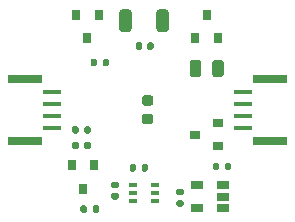
<source format=gbr>
%TF.GenerationSoftware,KiCad,Pcbnew,5.1.7-a382d34a8~87~ubuntu18.04.1*%
%TF.CreationDate,2021-11-07T17:51:24-08:00*%
%TF.ProjectId,i2c_led,6932635f-6c65-4642-9e6b-696361645f70,rev?*%
%TF.SameCoordinates,Original*%
%TF.FileFunction,Paste,Top*%
%TF.FilePolarity,Positive*%
%FSLAX46Y46*%
G04 Gerber Fmt 4.6, Leading zero omitted, Abs format (unit mm)*
G04 Created by KiCad (PCBNEW 5.1.7-a382d34a8~87~ubuntu18.04.1) date 2021-11-07 17:51:24*
%MOMM*%
%LPD*%
G01*
G04 APERTURE LIST*
%ADD10R,3.000000X0.800000*%
%ADD11R,1.600000X0.400000*%
%ADD12R,0.900000X0.800000*%
%ADD13R,0.800000X0.900000*%
%ADD14R,0.650000X0.400000*%
%ADD15R,1.060000X0.650000*%
G04 APERTURE END LIST*
%TO.C,C4*%
G36*
G01*
X69150000Y-56025000D02*
X69150000Y-56975000D01*
G75*
G02*
X68900000Y-57225000I-250000J0D01*
G01*
X68400000Y-57225000D01*
G75*
G02*
X68150000Y-56975000I0J250000D01*
G01*
X68150000Y-56025000D01*
G75*
G02*
X68400000Y-55775000I250000J0D01*
G01*
X68900000Y-55775000D01*
G75*
G02*
X69150000Y-56025000I0J-250000D01*
G01*
G37*
G36*
G01*
X67250000Y-56025000D02*
X67250000Y-56975000D01*
G75*
G02*
X67000000Y-57225000I-250000J0D01*
G01*
X66500000Y-57225000D01*
G75*
G02*
X66250000Y-56975000I0J250000D01*
G01*
X66250000Y-56025000D01*
G75*
G02*
X66500000Y-55775000I250000J0D01*
G01*
X67000000Y-55775000D01*
G75*
G02*
X67250000Y-56025000I0J-250000D01*
G01*
G37*
%TD*%
%TO.C,D1*%
G36*
G01*
X62956250Y-61225000D02*
X62443750Y-61225000D01*
G75*
G02*
X62225000Y-61006250I0J218750D01*
G01*
X62225000Y-60568750D01*
G75*
G02*
X62443750Y-60350000I218750J0D01*
G01*
X62956250Y-60350000D01*
G75*
G02*
X63175000Y-60568750I0J-218750D01*
G01*
X63175000Y-61006250D01*
G75*
G02*
X62956250Y-61225000I-218750J0D01*
G01*
G37*
G36*
G01*
X62956250Y-59650000D02*
X62443750Y-59650000D01*
G75*
G02*
X62225000Y-59431250I0J218750D01*
G01*
X62225000Y-58993750D01*
G75*
G02*
X62443750Y-58775000I218750J0D01*
G01*
X62956250Y-58775000D01*
G75*
G02*
X63175000Y-58993750I0J-218750D01*
G01*
X63175000Y-59431250D01*
G75*
G02*
X62956250Y-59650000I-218750J0D01*
G01*
G37*
%TD*%
D10*
%TO.C,J1*%
X52300000Y-62650000D03*
X52300000Y-57350000D03*
D11*
X54625000Y-61500000D03*
X54625000Y-60500000D03*
X54625000Y-59500000D03*
X54625000Y-58500000D03*
%TD*%
%TO.C,J2*%
X70775000Y-61500000D03*
X70775000Y-60500000D03*
X70775000Y-59500000D03*
X70775000Y-58500000D03*
D10*
X73100000Y-62650000D03*
X73100000Y-57350000D03*
%TD*%
%TO.C,L1*%
G36*
G01*
X60300000Y-53150001D02*
X60300000Y-51749999D01*
G75*
G02*
X60549999Y-51500000I249999J0D01*
G01*
X61100001Y-51500000D01*
G75*
G02*
X61350000Y-51749999I0J-249999D01*
G01*
X61350000Y-53150001D01*
G75*
G02*
X61100001Y-53400000I-249999J0D01*
G01*
X60549999Y-53400000D01*
G75*
G02*
X60300000Y-53150001I0J249999D01*
G01*
G37*
G36*
G01*
X63450000Y-53150001D02*
X63450000Y-51749999D01*
G75*
G02*
X63699999Y-51500000I249999J0D01*
G01*
X64250001Y-51500000D01*
G75*
G02*
X64500000Y-51749999I0J-249999D01*
G01*
X64500000Y-53150001D01*
G75*
G02*
X64250001Y-53400000I-249999J0D01*
G01*
X63699999Y-53400000D01*
G75*
G02*
X63450000Y-53150001I0J249999D01*
G01*
G37*
%TD*%
D12*
%TO.C,Q1*%
X66700000Y-62100000D03*
X68700000Y-61150000D03*
X68700000Y-63050000D03*
%TD*%
D13*
%TO.C,Q2*%
X58550000Y-51950000D03*
X56650000Y-51950000D03*
X57600000Y-53950000D03*
%TD*%
%TO.C,Q3*%
X57250000Y-66700000D03*
X56300000Y-64700000D03*
X58200000Y-64700000D03*
%TD*%
D14*
%TO.C,U1*%
X63350000Y-66400000D03*
X63350000Y-67700000D03*
X61450000Y-67050000D03*
X63350000Y-67050000D03*
X61450000Y-67700000D03*
X61450000Y-66400000D03*
%TD*%
D13*
%TO.C,U2*%
X66750000Y-53950000D03*
X68650000Y-53950000D03*
X67700000Y-51950000D03*
%TD*%
D15*
%TO.C,U3*%
X69100000Y-68300000D03*
X69100000Y-67350000D03*
X69100000Y-66400000D03*
X66900000Y-66400000D03*
X66900000Y-68300000D03*
%TD*%
%TO.C,C1*%
G36*
G01*
X61690000Y-54770000D02*
X61690000Y-54430000D01*
G75*
G02*
X61830000Y-54290000I140000J0D01*
G01*
X62110000Y-54290000D01*
G75*
G02*
X62250000Y-54430000I0J-140000D01*
G01*
X62250000Y-54770000D01*
G75*
G02*
X62110000Y-54910000I-140000J0D01*
G01*
X61830000Y-54910000D01*
G75*
G02*
X61690000Y-54770000I0J140000D01*
G01*
G37*
G36*
G01*
X62650000Y-54770000D02*
X62650000Y-54430000D01*
G75*
G02*
X62790000Y-54290000I140000J0D01*
G01*
X63070000Y-54290000D01*
G75*
G02*
X63210000Y-54430000I0J-140000D01*
G01*
X63210000Y-54770000D01*
G75*
G02*
X63070000Y-54910000I-140000J0D01*
G01*
X62790000Y-54910000D01*
G75*
G02*
X62650000Y-54770000I0J140000D01*
G01*
G37*
%TD*%
%TO.C,C2*%
G36*
G01*
X59780000Y-67030000D02*
X60120000Y-67030000D01*
G75*
G02*
X60260000Y-67170000I0J-140000D01*
G01*
X60260000Y-67450000D01*
G75*
G02*
X60120000Y-67590000I-140000J0D01*
G01*
X59780000Y-67590000D01*
G75*
G02*
X59640000Y-67450000I0J140000D01*
G01*
X59640000Y-67170000D01*
G75*
G02*
X59780000Y-67030000I140000J0D01*
G01*
G37*
G36*
G01*
X59780000Y-66070000D02*
X60120000Y-66070000D01*
G75*
G02*
X60260000Y-66210000I0J-140000D01*
G01*
X60260000Y-66490000D01*
G75*
G02*
X60120000Y-66630000I-140000J0D01*
G01*
X59780000Y-66630000D01*
G75*
G02*
X59640000Y-66490000I0J140000D01*
G01*
X59640000Y-66210000D01*
G75*
G02*
X59780000Y-66070000I140000J0D01*
G01*
G37*
%TD*%
%TO.C,C3*%
G36*
G01*
X65620000Y-67250000D02*
X65280000Y-67250000D01*
G75*
G02*
X65140000Y-67110000I0J140000D01*
G01*
X65140000Y-66830000D01*
G75*
G02*
X65280000Y-66690000I140000J0D01*
G01*
X65620000Y-66690000D01*
G75*
G02*
X65760000Y-66830000I0J-140000D01*
G01*
X65760000Y-67110000D01*
G75*
G02*
X65620000Y-67250000I-140000J0D01*
G01*
G37*
G36*
G01*
X65620000Y-68210000D02*
X65280000Y-68210000D01*
G75*
G02*
X65140000Y-68070000I0J140000D01*
G01*
X65140000Y-67790000D01*
G75*
G02*
X65280000Y-67650000I140000J0D01*
G01*
X65620000Y-67650000D01*
G75*
G02*
X65760000Y-67790000I0J-140000D01*
G01*
X65760000Y-68070000D01*
G75*
G02*
X65620000Y-68210000I-140000J0D01*
G01*
G37*
%TD*%
%TO.C,R1*%
G36*
G01*
X62190000Y-65085000D02*
X62190000Y-64715000D01*
G75*
G02*
X62325000Y-64580000I135000J0D01*
G01*
X62595000Y-64580000D01*
G75*
G02*
X62730000Y-64715000I0J-135000D01*
G01*
X62730000Y-65085000D01*
G75*
G02*
X62595000Y-65220000I-135000J0D01*
G01*
X62325000Y-65220000D01*
G75*
G02*
X62190000Y-65085000I0J135000D01*
G01*
G37*
G36*
G01*
X61170000Y-65085000D02*
X61170000Y-64715000D01*
G75*
G02*
X61305000Y-64580000I135000J0D01*
G01*
X61575000Y-64580000D01*
G75*
G02*
X61710000Y-64715000I0J-135000D01*
G01*
X61710000Y-65085000D01*
G75*
G02*
X61575000Y-65220000I-135000J0D01*
G01*
X61305000Y-65220000D01*
G75*
G02*
X61170000Y-65085000I0J135000D01*
G01*
G37*
%TD*%
%TO.C,R2*%
G36*
G01*
X68220000Y-64985000D02*
X68220000Y-64615000D01*
G75*
G02*
X68355000Y-64480000I135000J0D01*
G01*
X68625000Y-64480000D01*
G75*
G02*
X68760000Y-64615000I0J-135000D01*
G01*
X68760000Y-64985000D01*
G75*
G02*
X68625000Y-65120000I-135000J0D01*
G01*
X68355000Y-65120000D01*
G75*
G02*
X68220000Y-64985000I0J135000D01*
G01*
G37*
G36*
G01*
X69240000Y-64985000D02*
X69240000Y-64615000D01*
G75*
G02*
X69375000Y-64480000I135000J0D01*
G01*
X69645000Y-64480000D01*
G75*
G02*
X69780000Y-64615000I0J-135000D01*
G01*
X69780000Y-64985000D01*
G75*
G02*
X69645000Y-65120000I-135000J0D01*
G01*
X69375000Y-65120000D01*
G75*
G02*
X69240000Y-64985000I0J135000D01*
G01*
G37*
%TD*%
%TO.C,R3*%
G36*
G01*
X57880000Y-61515000D02*
X57880000Y-61885000D01*
G75*
G02*
X57745000Y-62020000I-135000J0D01*
G01*
X57475000Y-62020000D01*
G75*
G02*
X57340000Y-61885000I0J135000D01*
G01*
X57340000Y-61515000D01*
G75*
G02*
X57475000Y-61380000I135000J0D01*
G01*
X57745000Y-61380000D01*
G75*
G02*
X57880000Y-61515000I0J-135000D01*
G01*
G37*
G36*
G01*
X56860000Y-61515000D02*
X56860000Y-61885000D01*
G75*
G02*
X56725000Y-62020000I-135000J0D01*
G01*
X56455000Y-62020000D01*
G75*
G02*
X56320000Y-61885000I0J135000D01*
G01*
X56320000Y-61515000D01*
G75*
G02*
X56455000Y-61380000I135000J0D01*
G01*
X56725000Y-61380000D01*
G75*
G02*
X56860000Y-61515000I0J-135000D01*
G01*
G37*
%TD*%
%TO.C,R4*%
G36*
G01*
X56860000Y-62815000D02*
X56860000Y-63185000D01*
G75*
G02*
X56725000Y-63320000I-135000J0D01*
G01*
X56455000Y-63320000D01*
G75*
G02*
X56320000Y-63185000I0J135000D01*
G01*
X56320000Y-62815000D01*
G75*
G02*
X56455000Y-62680000I135000J0D01*
G01*
X56725000Y-62680000D01*
G75*
G02*
X56860000Y-62815000I0J-135000D01*
G01*
G37*
G36*
G01*
X57880000Y-62815000D02*
X57880000Y-63185000D01*
G75*
G02*
X57745000Y-63320000I-135000J0D01*
G01*
X57475000Y-63320000D01*
G75*
G02*
X57340000Y-63185000I0J135000D01*
G01*
X57340000Y-62815000D01*
G75*
G02*
X57475000Y-62680000I135000J0D01*
G01*
X57745000Y-62680000D01*
G75*
G02*
X57880000Y-62815000I0J-135000D01*
G01*
G37*
%TD*%
%TO.C,R5*%
G36*
G01*
X58580000Y-68215000D02*
X58580000Y-68585000D01*
G75*
G02*
X58445000Y-68720000I-135000J0D01*
G01*
X58175000Y-68720000D01*
G75*
G02*
X58040000Y-68585000I0J135000D01*
G01*
X58040000Y-68215000D01*
G75*
G02*
X58175000Y-68080000I135000J0D01*
G01*
X58445000Y-68080000D01*
G75*
G02*
X58580000Y-68215000I0J-135000D01*
G01*
G37*
G36*
G01*
X57560000Y-68215000D02*
X57560000Y-68585000D01*
G75*
G02*
X57425000Y-68720000I-135000J0D01*
G01*
X57155000Y-68720000D01*
G75*
G02*
X57020000Y-68585000I0J135000D01*
G01*
X57020000Y-68215000D01*
G75*
G02*
X57155000Y-68080000I135000J0D01*
G01*
X57425000Y-68080000D01*
G75*
G02*
X57560000Y-68215000I0J-135000D01*
G01*
G37*
%TD*%
%TO.C,R6*%
G36*
G01*
X58410000Y-55815000D02*
X58410000Y-56185000D01*
G75*
G02*
X58275000Y-56320000I-135000J0D01*
G01*
X58005000Y-56320000D01*
G75*
G02*
X57870000Y-56185000I0J135000D01*
G01*
X57870000Y-55815000D01*
G75*
G02*
X58005000Y-55680000I135000J0D01*
G01*
X58275000Y-55680000D01*
G75*
G02*
X58410000Y-55815000I0J-135000D01*
G01*
G37*
G36*
G01*
X59430000Y-55815000D02*
X59430000Y-56185000D01*
G75*
G02*
X59295000Y-56320000I-135000J0D01*
G01*
X59025000Y-56320000D01*
G75*
G02*
X58890000Y-56185000I0J135000D01*
G01*
X58890000Y-55815000D01*
G75*
G02*
X59025000Y-55680000I135000J0D01*
G01*
X59295000Y-55680000D01*
G75*
G02*
X59430000Y-55815000I0J-135000D01*
G01*
G37*
%TD*%
M02*

</source>
